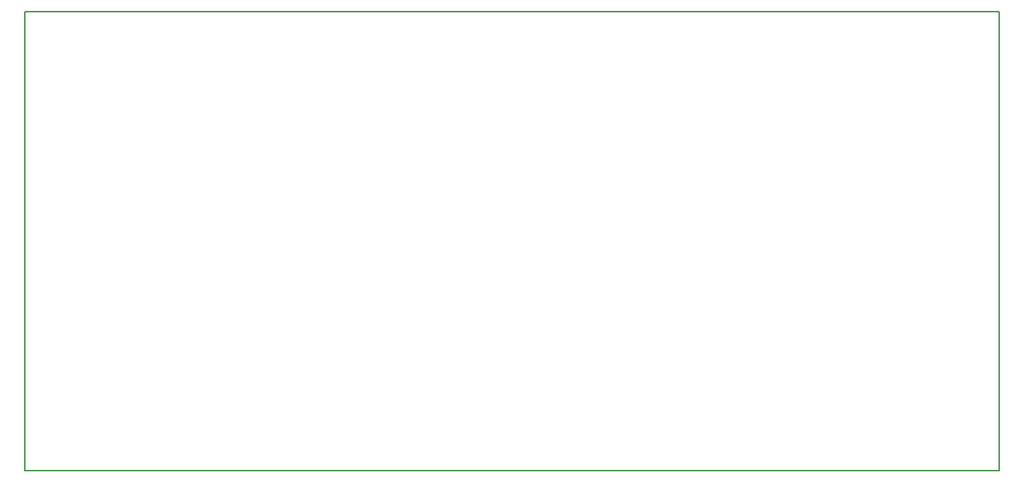
<source format=gbr>
G04 #@! TF.GenerationSoftware,KiCad,Pcbnew,(5.1.0-0)*
G04 #@! TF.CreationDate,2019-04-27T21:54:15-07:00*
G04 #@! TF.ProjectId,Pre-amp,5072652d-616d-4702-9e6b-696361645f70,rev?*
G04 #@! TF.SameCoordinates,Original*
G04 #@! TF.FileFunction,Profile,NP*
%FSLAX46Y46*%
G04 Gerber Fmt 4.6, Leading zero omitted, Abs format (unit mm)*
G04 Created by KiCad (PCBNEW (5.1.0-0)) date 2019-04-27 21:54:15*
%MOMM*%
%LPD*%
G04 APERTURE LIST*
%ADD10C,0.150000*%
G04 APERTURE END LIST*
D10*
X50800000Y-101600000D02*
X163830000Y-101600000D01*
X163830000Y-48260000D02*
X163830000Y-101600000D01*
X50800000Y-101600000D02*
X50800000Y-48260000D01*
X50800000Y-48260000D02*
X163830000Y-48260000D01*
M02*

</source>
